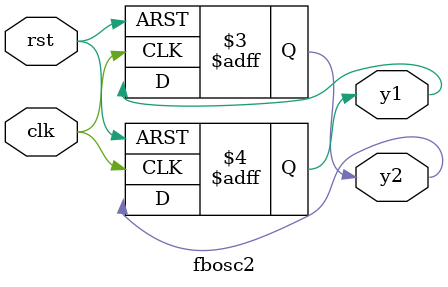
<source format=v>
module fbosc2 (y1, y2, clk, rst);
    output y1, y2;
    input clk, rst;
    reg y1, y2;

    always @(posedge clk or posedge rst) begin
        if(rst)
            y1 <= 0; //reset
        else 
            y1 <= y2;
    end

    always @(posedge clk or posedge rst) begin
        if(rst)
            y2 <= 1; //preset
        else
            y2 <= y1;
    end
    
endmodule

//output: y1 = 1, y2 = 0;
</source>
